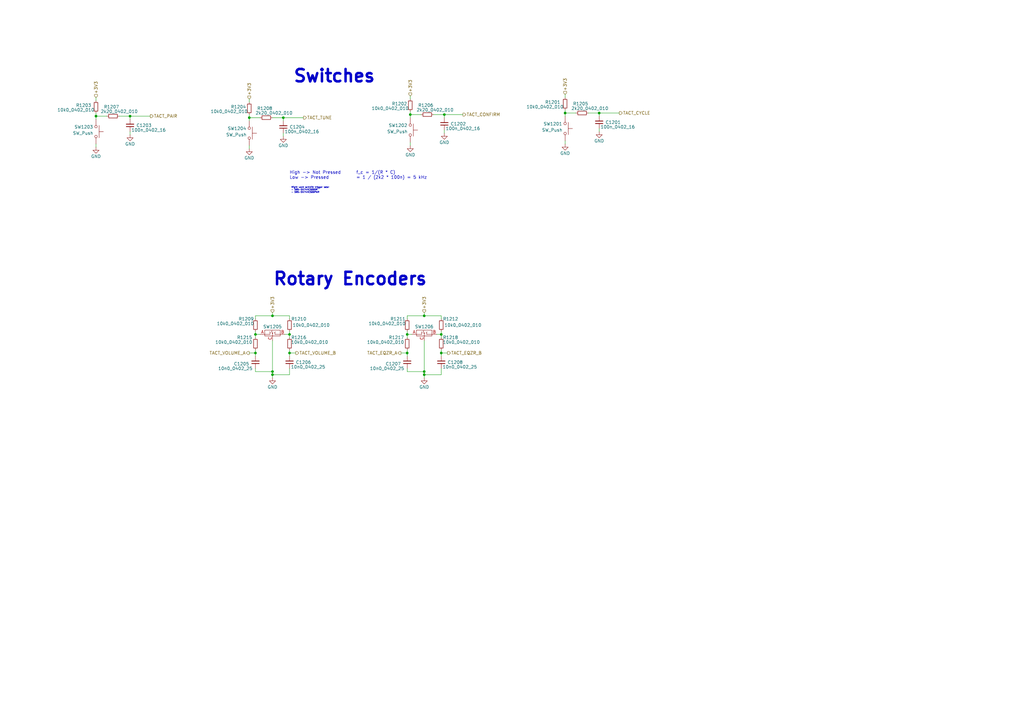
<source format=kicad_sch>
(kicad_sch (version 20230121) (generator eeschema)
  (paper "A3")
  (title_block (title "Tactiles") (date "2023-08-07") (rev "1") (company "Beep Boop"))
  (lib_symbols
    (symbol "Beacon_Library:Incremental_Encoder"
      (property "Reference" "SW" (at 0 3.175 0))
      (symbol "Incremental_Encoder_0_1"
        (rectangle (start -1.905 -0.762) (end 4.445 -3.175))
        (polyline (pts (xy -1.8796 -2.54) (xy 0.254 -2.54) (xy 0.254 -1.6256)))
        (polyline (pts (xy 4.4196 -2.54) (xy 2.286 -2.54) (xy 2.286 -1.6256)))
      )
      (symbol "Incremental_Encoder_1_1"
        (polyline (pts (xy -0.0508 -1.3716) (xy 0.6604 -1.8288)) (stroke (width 0.0762)))
        (polyline (pts (xy 0.8636 -1.1684) (xy 1.1684 -0.9652)) (stroke (width 0.0254)))
        (polyline (pts (xy 0.9652 -1.27) (xy 1.1176 -1.1684)) (stroke (width 0.0254)))
        (polyline (pts (xy 1.0414 -1.397) (xy 1.1684 -1.3208)) (stroke (width 0.0254)))
        (polyline (pts (xy 1.1176 -1.524) (xy 1.1938 -1.4732)) (stroke (width 0.0254)))
        (polyline (pts (xy 1.1684 -1.6764) (xy 1.2192 -1.651)) (stroke (width 0.0254)))
        (polyline (pts (xy 1.27 -3.2004) (xy 1.27 -2.032)))
        (polyline (pts (xy 1.27 -2.032) (xy 0.6858 -1.143)) (stroke (width 0.0762)))
        (polyline (pts (xy 2.5908 -1.3716) (xy 1.8796 -1.8288)) (stroke (width 0.0762)))
        (circle (center 1.27 -2.032) (radius 0.0718))
        (pin passive line (at -3.81 -2.54 0) (length 1.905) (name "") (number "A"))
        (pin passive line (at 6.35 -2.54 180) (length 1.905) (name "") (number "B"))
        (pin passive line (at 1.27 -5.08 90) (length 1.905) (name "") (number "C"))
      )
    )
    (symbol "Device:C_Small" (pin_numbers hide) (pin_names (offset 0.254) hide)
      (property "Reference" "C" (at 0.254 1.778 0))
      (property "Value" "C_Small" (at 0.254 -2.032 0))
      (symbol "C_Small_0_1"
        (polyline (pts (xy -1.524 -0.508) (xy 1.524 -0.508)) (stroke (width 0.3302)))
        (polyline (pts (xy -1.524 0.508) (xy 1.524 0.508)) (stroke (width 0.3048)))
      )
      (symbol "C_Small_1_1"
        (pin passive line (at 0 2.54 270) (length 2.032) (name "~") (number "1"))
        (pin passive line (at 0 -2.54 90) (length 2.032) (name "~") (number "2"))
      )
    )
    (symbol "Device:R_Small" (pin_numbers hide) (pin_names (offset 0.254) hide)
      (property "Reference" "R" (at 0.762 0.508 0))
      (property "Value" "R_Small" (at 0.762 -1.016 0))
      (symbol "R_Small_0_1"
        (rectangle (start -0.762 1.778) (end 0.762 -1.778) (stroke (width 0.2032)))
      )
      (symbol "R_Small_1_1"
        (pin passive line (at 0 2.54 270) (length 0.762) (name "~") (number "1"))
        (pin passive line (at 0 -2.54 90) (length 0.762) (name "~") (number "2"))
      )
    )
    (symbol "Switch:SW_Push" (pin_numbers hide) (pin_names (offset 1.016) hide)
      (property "Reference" "SW" (at 1.27 2.54 0))
      (property "Value" "SW_Push" (at 0 -1.524 0))
      (symbol "SW_Push_0_1"
        (circle (center -2.032 0) (radius 0.508))
        (polyline (pts (xy 0 1.27) (xy 0 3.048)))
        (polyline (pts (xy 2.54 1.27) (xy -2.54 1.27)))
        (circle (center 2.032 0) (radius 0.508))
        (pin passive line (at -5.08 0 0) (length 2.54) (name "1") (number "1"))
        (pin passive line (at 5.08 0 180) (length 2.54) (name "2") (number "2"))
      )
    )
    (symbol "power:GND" (power) (pin_names (offset 0))
      (property "Value" "GND" (at 0 -3.81 0))
      (symbol "GND_0_1"
        (polyline (pts (xy 0 0) (xy 0 -1.27) (xy 1.27 -1.27) (xy 0 -2.54) (xy -1.27 -1.27) (xy 0 -1.27)))
      )
      (symbol "GND_1_1"
        (pin power_in line (at 0 0 270) (length 0) hide (name "GND") (number "1"))
      )
    )
  )
  (junction (at 173.99 153.67))
  (junction (at 167.005 137.16))
  (junction (at 182.245 46.99))
  (junction (at 180.975 137.16))
  (junction (at 180.975 144.78))
  (junction (at 104.775 137.16))
  (junction (at 245.745 46.355))
  (junction (at 53.34 47.625))
  (junction (at 111.76 152.4))
  (junction (at 118.745 144.78))
  (junction (at 168.275 46.99))
  (junction (at 102.235 48.26))
  (junction (at 231.775 46.355))
  (junction (at 116.205 48.26))
  (junction (at 173.99 129.54))
  (junction (at 104.775 144.78))
  (junction (at 39.37 47.625))
  (junction (at 173.99 152.4))
  (junction (at 111.76 129.54))
  (junction (at 111.76 153.67))
  (junction (at 167.005 144.78))
  (junction (at 118.745 137.16))
  (wire (pts (xy 53.34 53.975) (xy 53.34 55.245)))
  (wire (pts (xy 111.76 128.27) (xy 111.76 129.54)))
  (wire (pts (xy 116.205 48.26) (xy 124.46 48.26)))
  (wire (pts (xy 39.37 47.625) (xy 39.37 48.895)))
  (wire (pts (xy 167.005 135.89) (xy 167.005 137.16)))
  (wire (pts (xy 231.775 38.735) (xy 231.775 40.005)))
  (wire (pts (xy 173.99 128.27) (xy 173.99 129.54)))
  (wire (pts (xy 180.975 137.16) (xy 180.975 138.43)))
  (wire (pts (xy 118.745 137.16) (xy 118.745 138.43)))
  (wire (pts (xy 173.99 139.7) (xy 173.99 152.4)))
  (wire (pts (xy 164.465 144.78) (xy 167.005 144.78)))
  (wire (pts (xy 102.235 48.26) (xy 106.68 48.26)))
  (wire (pts (xy 111.76 139.7) (xy 111.76 152.4)))
  (wire (pts (xy 111.76 48.26) (xy 116.205 48.26)))
  (wire (pts (xy 168.275 46.99) (xy 168.275 48.26)))
  (wire (pts (xy 102.235 48.26) (xy 102.235 49.53)))
  (wire (pts (xy 173.99 153.67) (xy 180.975 153.67)))
  (wire (pts (xy 118.745 129.54) (xy 111.76 129.54)))
  (wire (pts (xy 180.975 151.13) (xy 180.975 153.67)))
  (wire (pts (xy 116.84 137.16) (xy 118.745 137.16)))
  (wire (pts (xy 104.775 144.78) (xy 104.775 146.05)))
  (wire (pts (xy 111.76 153.67) (xy 111.76 154.94)))
  (wire (pts (xy 102.235 40.64) (xy 102.235 41.91)))
  (wire (pts (xy 39.37 59.055) (xy 39.37 60.325)))
  (wire (pts (xy 241.3 46.355) (xy 245.745 46.355)))
  (wire (pts (xy 179.07 137.16) (xy 180.975 137.16)))
  (wire (pts (xy 167.005 144.78) (xy 167.005 146.05)))
  (wire (pts (xy 118.745 137.16) (xy 118.745 135.89)))
  (wire (pts (xy 168.275 58.42) (xy 168.275 59.69)))
  (wire (pts (xy 104.775 135.89) (xy 104.775 137.16)))
  (wire (pts (xy 180.975 144.78) (xy 183.515 144.78)))
  (wire (pts (xy 182.245 53.34) (xy 182.245 54.61)))
  (wire (pts (xy 118.745 151.13) (xy 118.745 153.67)))
  (wire (pts (xy 168.275 39.37) (xy 168.275 40.64)))
  (wire (pts (xy 182.245 46.99) (xy 182.245 48.26)))
  (wire (pts (xy 102.235 144.78) (xy 104.775 144.78)))
  (wire (pts (xy 180.975 144.78) (xy 180.975 146.05)))
  (wire (pts (xy 48.895 47.625) (xy 53.34 47.625)))
  (wire (pts (xy 167.005 129.54) (xy 167.005 130.81)))
  (wire (pts (xy 173.99 153.67) (xy 173.99 154.94)))
  (wire (pts (xy 180.975 137.16) (xy 180.975 135.89)))
  (wire (pts (xy 167.005 151.13) (xy 167.005 152.4)))
  (wire (pts (xy 167.005 143.51) (xy 167.005 144.78)))
  (wire (pts (xy 104.775 137.16) (xy 104.775 138.43)))
  (wire (pts (xy 180.975 130.81) (xy 180.975 129.54)))
  (wire (pts (xy 118.745 130.81) (xy 118.745 129.54)))
  (wire (pts (xy 118.745 144.78) (xy 118.745 146.05)))
  (wire (pts (xy 245.745 46.355) (xy 254 46.355)))
  (wire (pts (xy 104.775 137.16) (xy 106.68 137.16)))
  (wire (pts (xy 104.775 151.13) (xy 104.775 152.4)))
  (wire (pts (xy 102.235 46.99) (xy 102.235 48.26)))
  (wire (pts (xy 245.745 52.705) (xy 245.745 53.975)))
  (wire (pts (xy 53.34 47.625) (xy 53.34 48.895)))
  (wire (pts (xy 177.8 46.99) (xy 182.245 46.99)))
  (wire (pts (xy 173.99 152.4) (xy 173.99 153.67)))
  (wire (pts (xy 167.005 152.4) (xy 173.99 152.4)))
  (wire (pts (xy 231.775 46.355) (xy 231.775 47.625)))
  (wire (pts (xy 231.775 57.785) (xy 231.775 59.055)))
  (wire (pts (xy 167.005 129.54) (xy 173.99 129.54)))
  (wire (pts (xy 182.245 46.99) (xy 189.865 46.99)))
  (wire (pts (xy 111.76 153.67) (xy 118.745 153.67)))
  (wire (pts (xy 180.975 129.54) (xy 173.99 129.54)))
  (wire (pts (xy 39.37 46.355) (xy 39.37 47.625)))
  (wire (pts (xy 53.34 47.625) (xy 61.595 47.625)))
  (wire (pts (xy 167.005 137.16) (xy 168.91 137.16)))
  (wire (pts (xy 168.275 45.72) (xy 168.275 46.99)))
  (wire (pts (xy 39.37 40.005) (xy 39.37 41.275)))
  (wire (pts (xy 104.775 129.54) (xy 111.76 129.54)))
  (wire (pts (xy 118.745 144.78) (xy 121.285 144.78)))
  (wire (pts (xy 118.745 143.51) (xy 118.745 144.78)))
  (wire (pts (xy 231.775 45.085) (xy 231.775 46.355)))
  (wire (pts (xy 167.005 137.16) (xy 167.005 138.43)))
  (wire (pts (xy 104.775 152.4) (xy 111.76 152.4)))
  (wire (pts (xy 245.745 46.355) (xy 245.745 47.625)))
  (wire (pts (xy 116.205 54.61) (xy 116.205 55.88)))
  (wire (pts (xy 111.76 152.4) (xy 111.76 153.67)))
  (wire (pts (xy 102.235 59.69) (xy 102.235 60.96)))
  (wire (pts (xy 231.775 46.355) (xy 236.22 46.355)))
  (wire (pts (xy 104.775 129.54) (xy 104.775 130.81)))
  (wire (pts (xy 39.37 47.625) (xy 43.815 47.625)))
  (wire (pts (xy 168.275 46.99) (xy 172.72 46.99)))
  (wire (pts (xy 104.775 143.51) (xy 104.775 144.78)))
  (wire (pts (xy 116.205 48.26) (xy 116.205 49.53)))
  (wire (pts (xy 180.975 143.51) (xy 180.975 144.78)))
  (text "Might want schmitt trigger later\n- 595-SN74HCS00DR\n- 595-SN74HCS00PWR" (at 119.38 79.375 0) (effects (font (size 0.635 0.635)) (justify left bottom)))
  (text "Switches" (at 120.015 34.29 0) (effects (font (size 5.08 5.08) (thickness 1.016) bold) (justify left bottom)))
  (text "High -> Not Pressed\nLow -> Pressed" (at 118.745 73.66 0) (effects (font (size 1.27 1.27)) (justify left bottom)))
  (text "Rotary Encoders" (at 111.76 117.475 0) (effects (font (size 5.08 5.08) (thickness 1.016) bold) (justify left bottom)))
  (text "f_c = 1/(R * C)\n= 1 / (2k2 * 100n) = 5 kHz" (at 146.05 73.66 0) (effects (font (size 1.27 1.27)) (justify left bottom)))
  (hierarchical_label "+3V3" (shape input) (at 173.99 128.27 90))
  (hierarchical_label "+3V3" (shape input) (at 102.235 40.64 90))
  (hierarchical_label "TACT_PAIR" (shape output) (at 61.595 47.625 0) (property "Intersheetrefs" "${INTERSHEET_REFS}" (effects hide)))
  (hierarchical_label "+3V3" (shape input) (at 39.37 40.005 90))
  (hierarchical_label "+3V3" (shape input) (at 111.76 128.27 90))
  (hierarchical_label "TACT_VOLUME_A" (shape output) (at 102.235 144.78 180) (property "Intersheetrefs" "${INTERSHEET_REFS}" (effects hide)))
  (hierarchical_label "TACT_EQZR_B" (shape output) (at 183.515 144.78 0) (property "Intersheetrefs" "${INTERSHEET_REFS}" (effects hide)))
  (hierarchical_label "+3V3" (shape input) (at 231.775 38.735 90))
  (hierarchical_label "TACT_CONFIRM" (shape output) (at 189.865 46.99 0) (property "Intersheetrefs" "${INTERSHEET_REFS}" (effects hide)))
  (hierarchical_label "+3V3" (shape input) (at 168.275 39.37 90))
  (hierarchical_label "TACT_VOLUME_B" (shape output) (at 121.285 144.78 0) (property "Intersheetrefs" "${INTERSHEET_REFS}" (effects hide)))
  (hierarchical_label "TACT_CYCLE" (shape output) (at 254 46.355 0) (property "Intersheetrefs" "${INTERSHEET_REFS}" (effects hide)))
  (hierarchical_label "TACT_TUNE" (shape output) (at 124.46 48.26 0) (property "Intersheetrefs" "${INTERSHEET_REFS}" (effects hide)))
  (hierarchical_label "TACT_EQZR_A" (shape output) (at 164.465 144.78 180) (property "Intersheetrefs" "${INTERSHEET_REFS}" (effects hide)))
  (symbol (lib_id "power:GND") (at 182.245 54.61 0) (unit 1)
    (property "Reference" "#PWR01206" (effects hide))
    (property "Value" "GND" (at 182.245 58.42 0))
    (instances (project "Tactile_Board" (path "" (reference "#PWR01206") (unit 1))) (project "Beacon" (path "" (reference "#PWR086") (unit 1)) (path "" (reference "#PWR014008") (unit 1))) (project "Beacon_Multiboard" (path "" (reference "#PWR01402") (unit 1))))
  )
  (symbol (lib_id "Device:C_Small") (at 53.34 51.435 180) (unit 1)
    (property "Reference" "C1203" (at 59.055 51.435 0))
    (property "Value" "100n_0402_16" (at 60.96 53.34 0))
    (property "Footprint" "Footprint_Library:0402_1005Metric_Handsolder" (effects hide))
    (instances (project "Tactile_Board" (path "" (reference "C1203") (unit 1))) (project "Beacon" (path "" (reference "C16") (unit 1)) (path "" (reference "C49") (unit 1)) (path "" (reference "C53") (unit 1)) (path "" (reference "C14002") (unit 1))) (project "Beacon_Multiboard" (path "" (reference "C1403") (unit 1))))
  )
  (symbol (lib_id "Switch:SW_Push") (at 102.235 54.61 270) (unit 1)
    (property "Reference" "SW1204" (at 93.345 52.705 90) (effects (justify left)))
    (property "Value" "SW_Push" (at 92.71 55.245 90) (effects (justify left)))
    (property "Footprint" "Footprint_Library:MX1AC1NN" (effects hide))
    (property "Datasheet" "https://www.mouser.com/ProductDetail/CHERRY/MX1A-C1NN?qs=Z9t1pRjfOcwvorA009Lo0w%3D%3D" (effects hide))
    (instances (project "Tactile_Board" (path "" (reference "SW1204") (unit 1))) (project "Beacon" (path "" (reference "SW3") (unit 1)) (path "" (reference "SW3002") (unit 1))) (project "Beacon_Multiboard" (path "" (reference "SW1404") (unit 1))))
  )
  (symbol (lib_id "Device:C_Small") (at 182.245 50.8 180) (unit 1)
    (property "Reference" "C1202" (at 187.96 50.8 0))
    (property "Value" "100n_0402_16" (at 189.865 52.705 0))
    (property "Footprint" "Footprint_Library:0402_1005Metric_Handsolder" (effects hide))
    (instances (project "Tactile_Board" (path "" (reference "C1202") (unit 1))) (project "Beacon" (path "" (reference "C16") (unit 1)) (path "" (reference "C49") (unit 1)) (path "" (reference "C53") (unit 1)) (path "" (reference "C14003") (unit 1))) (project "Beacon_Multiboard" (path "" (reference "C1402") (unit 1))))
  )
  (symbol (lib_id "Device:C_Small") (at 245.745 50.165 180) (unit 1)
    (property "Reference" "C1201" (at 251.46 50.165 0))
    (property "Value" "100n_0402_16" (at 253.365 52.07 0))
    (property "Footprint" "Footprint_Library:0402_1005Metric_Handsolder" (effects hide))
    (instances (project "Tactile_Board" (path "" (reference "C1201") (unit 1))) (project "Beacon" (path "" (reference "C16") (unit 1)) (path "" (reference "C49") (unit 1)) (path "" (reference "C53") (unit 1)) (path "" (reference "C14006") (unit 1))) (project "Beacon_Multiboard" (path "" (reference "C1401") (unit 1))))
  )
  (symbol (lib_id "Device:R_Small") (at 102.235 44.45 0) (unit 1)
    (property "Reference" "R1204" (at 97.79 43.815 0))
    (property "Value" "10k0_0402_010" (at 93.98 45.72 0))
    (property "Footprint" "Footprint_Library:0402_1005Metric_Handsolder" (effects hide))
    (instances (project "Tactile_Board" (path "" (reference "R1204") (unit 1))) (project "Beacon" (path "" (reference "R15") (unit 1)) (path "" (reference "R1") (unit 1)) (path "" (reference "R2") (unit 1)) (path "" (reference "R14007") (unit 1))) (project "Beacon_Multiboard" (path "" (reference "R1404") (unit 1))))
  )
  (symbol (lib_id "power:GND") (at 173.99 154.94 0) (unit 1)
    (property "Reference" "#PWR01217" (effects hide))
    (property "Value" "GND" (at 173.99 158.75 0))
    (instances (project "Tactile_Board" (path "" (reference "#PWR01217") (unit 1))) (project "Beacon" (path "" (reference "#PWR086") (unit 1)) (path "" (reference "#PWR014002") (unit 1))) (project "Beacon_Multiboard" (path "" (reference "#PWR01410") (unit 1))))
  )
  (symbol (lib_id "power:GND") (at 111.76 154.94 0) (unit 1)
    (property "Reference" "#PWR01216" (effects hide))
    (property "Value" "GND" (at 111.76 158.75 0))
    (instances (project "Tactile_Board" (path "" (reference "#PWR01216") (unit 1))) (project "Beacon" (path "" (reference "#PWR086") (unit 1)) (path "" (reference "#PWR014002") (unit 1))) (project "Beacon_Multiboard" (path "" (reference "#PWR01409") (unit 1))))
  )
  (symbol (lib_id "Device:R_Small") (at 180.975 140.97 180) (unit 1)
    (property "Reference" "R1218" (at 184.785 138.43 0))
    (property "Value" "10k0_0402_010" (at 189.23 140.335 0))
    (property "Footprint" "Footprint_Library:0402_1005Metric_Handsolder" (effects hide))
    (instances (project "Tactile_Board" (path "" (reference "R1218") (unit 1))) (project "Beacon" (path "" (reference "R16") (unit 1)) (path "" (reference "R14001") (unit 1))) (project "Beacon_Multiboard" (path "" (reference "R1416") (unit 1))))
  )
  (symbol (lib_id "Device:R_Small") (at 175.26 46.99 90) (unit 1)
    (property "Reference" "R1206" (at 174.625 43.18 90))
    (property "Value" "2k20_0402_010" (at 178.435 45.085 90))
    (property "Footprint" "Footprint_Library:0402_1005Metric_Handsolder" (effects hide))
    (instances (project "Tactile_Board" (path "" (reference "R1206") (unit 1))) (project "Beacon" (path "" (reference "R15") (unit 1)) (path "" (reference "R1") (unit 1)) (path "" (reference "R2") (unit 1)) (path "" (reference "R14005") (unit 1))) (project "Beacon_Multiboard" (path "" (reference "R1406") (unit 1))))
  )
  (symbol (lib_id "Device:R_Small") (at 167.005 133.35 0) (unit 1)
    (property "Reference" "R1211" (at 163.195 130.81 0))
    (property "Value" "10k0_0402_010" (at 158.75 132.715 0))
    (property "Footprint" "Footprint_Library:0402_1005Metric_Handsolder" (effects hide))
    (instances (project "Tactile_Board" (path "" (reference "R1211") (unit 1))) (project "Beacon" (path "" (reference "R16") (unit 1)) (path "" (reference "R14001") (unit 1))) (project "Beacon_Multiboard" (path "" (reference "R1411") (unit 1))))
  )
  (symbol (lib_id "Switch:SW_Push") (at 231.775 52.705 270) (unit 1)
    (property "Reference" "SW1201" (at 222.885 50.8 90) (effects (justify left)))
    (property "Value" "SW_Push" (at 222.25 53.34 90) (effects (justify left)))
    (property "Footprint" "Footprint_Library:B3J1100" (effects hide))
    (property "Datasheet" "https://www.mouser.com/ProductDetail/Omron-Electronics/B3J-1100?qs=1tDaWCEHQQ5rrEN9cti99A%3D%3D" (effects hide))
    (instances (project "Tactile_Board" (path "" (reference "SW1201") (unit 1))) (project "Beacon" (path "" (reference "SW3") (unit 1)) (path "" (reference "SW3002") (unit 1))) (project "Beacon_Multiboard" (path "" (reference "SW1401") (unit 1))))
  )
  (symbol (lib_id "power:GND") (at 168.275 59.69 0) (unit 1)
    (property "Reference" "#PWR01210" (effects hide))
    (property "Value" "GND" (at 168.275 63.5 0))
    (instances (project "Tactile_Board" (path "" (reference "#PWR01210") (unit 1))) (project "Beacon" (path "" (reference "#PWR086") (unit 1)) (path "" (reference "#PWR014006") (unit 1))) (project "Beacon_Multiboard" (path "" (reference "#PWR01406") (unit 1))))
  )
  (symbol (lib_id "Device:R_Small") (at 39.37 43.815 0) (unit 1)
    (property "Reference" "R1203" (at 34.29 43.18 0))
    (property "Value" "10k0_0402_010" (at 31.115 45.085 0))
    (property "Footprint" "Footprint_Library:0402_1005Metric_Handsolder" (effects hide))
    (instances (project "Tactile_Board" (path "" (reference "R1203") (unit 1))) (project "Beacon" (path "" (reference "R15") (unit 1)) (path "" (reference "R1") (unit 1)) (path "" (reference "R2") (unit 1)) (path "" (reference "R14002") (unit 1))) (project "Beacon_Multiboard" (path "" (reference "R1403") (unit 1))))
  )
  (symbol (lib_id "Device:C_Small") (at 180.975 148.59 180) (unit 1)
    (property "Reference" "C1208" (at 186.69 148.59 0))
    (property "Value" "10n0_0402_25" (at 188.595 150.495 0))
    (property "Footprint" "Footprint_Library:0402_1005Metric_Handsolder" (effects hide))
    (instances (project "Tactile_Board" (path "" (reference "C1208") (unit 1))) (project "Beacon" (path "" (reference "C16") (unit 1)) (path "" (reference "C49") (unit 1)) (path "" (reference "C53") (unit 1)) (path "" (reference "C14003") (unit 1))) (project "Beacon_Multiboard" (path "" (reference "C1408") (unit 1))))
  )
  (symbol (lib_id "Device:R_Small") (at 231.775 42.545 0) (unit 1)
    (property "Reference" "R1201" (at 226.695 41.91 0))
    (property "Value" "10k0_0402_010" (at 223.52 43.815 0))
    (property "Footprint" "Footprint_Library:0402_1005Metric_Handsolder" (effects hide))
    (instances (project "Tactile_Board" (path "" (reference "R1201") (unit 1))) (project "Beacon" (path "" (reference "R15") (unit 1)) (path "" (reference "R1") (unit 1)) (path "" (reference "R2") (unit 1)) (path "" (reference "R14008") (unit 1))) (project "Beacon_Multiboard" (path "" (reference "R1401") (unit 1))))
  )
  (symbol (lib_id "Switch:SW_Push") (at 39.37 53.975 270) (unit 1)
    (property "Reference" "SW1203" (at 30.48 52.07 90) (effects (justify left)))
    (property "Value" "SW_Push" (at 29.845 54.61 90) (effects (justify left)))
    (property "Footprint" "Footprint_Library:MHPS2283N" (effects hide))
    (property "Datasheet" "https://www.mouser.com/ProductDetail/Apem/MHPS2283N?qs=6hR9CYnVCPCqgwnKhGKh3w%3D%3D" (effects hide))
    (instances (project "Tactile_Board" (path "" (reference "SW1203") (unit 1))) (project "Beacon" (path "" (reference "SW3") (unit 1)) (path "" (reference "SW3002") (unit 1))) (project "Beacon_Multiboard" (path "" (reference "SW1403") (unit 1))))
  )
  (symbol (lib_id "Device:C_Small") (at 118.745 148.59 180) (unit 1)
    (property "Reference" "C1206" (at 124.46 148.59 0))
    (property "Value" "10n0_0402_25" (at 126.365 150.495 0))
    (property "Footprint" "Footprint_Library:0402_1005Metric_Handsolder" (effects hide))
    (instances (project "Tactile_Board" (path "" (reference "C1206") (unit 1))) (project "Beacon" (path "" (reference "C16") (unit 1)) (path "" (reference "C49") (unit 1)) (path "" (reference "C53") (unit 1)) (path "" (reference "C14003") (unit 1))) (project "Beacon_Multiboard" (path "" (reference "C1406") (unit 1))))
  )
  (symbol (lib_id "power:GND") (at 116.205 55.88 0) (unit 1)
    (property "Reference" "#PWR01208" (effects hide))
    (property "Value" "GND" (at 116.205 59.69 0))
    (instances (project "Tactile_Board" (path "" (reference "#PWR01208") (unit 1))) (project "Beacon" (path "" (reference "#PWR086") (unit 1)) (path "" (reference "#PWR014015") (unit 1))) (project "Beacon_Multiboard" (path "" (reference "#PWR01404") (unit 1))))
  )
  (symbol (lib_id "Device:C_Small") (at 116.205 52.07 180) (unit 1)
    (property "Reference" "C1204" (at 121.92 52.07 0))
    (property "Value" "100n_0402_16" (at 123.825 53.975 0))
    (property "Footprint" "Footprint_Library:0402_1005Metric_Handsolder" (effects hide))
    (instances (project "Tactile_Board" (path "" (reference "C1204") (unit 1))) (project "Beacon" (path "" (reference "C16") (unit 1)) (path "" (reference "C49") (unit 1)) (path "" (reference "C53") (unit 1)) (path "" (reference "C14005") (unit 1))) (project "Beacon_Multiboard" (path "" (reference "C1404") (unit 1))))
  )
  (symbol (lib_id "Beacon_Library:Incremental_Encoder") (at 172.72 134.62 0) (unit 1)
    (property "Reference" "SW1206" (at 173.99 133.985 0))
    (property "Value" "PEC11R-4215F-N0024" (effects hide))
    (property "Footprint" "Footprint_Library:PEC11R4215FN0024" (effects hide))
    (property "Datasheet" "https://www.mouser.com/ProductDetail/Bourns/PEC11R-4215F-N0024?qs=Zq5ylnUbLm5g22exZGkf6w%3D%3D" (effects hide))
    (instances (project "Tactile_Board" (path "" (reference "SW1206") (unit 1))) (project "Beacon_Multiboard" (path "" (reference "SW1406") (unit 1))))
  )
  (symbol (lib_id "Device:C_Small") (at 104.775 148.59 180) (unit 1)
    (property "Reference" "C1205" (at 99.06 149.225 0))
    (property "Value" "10n0_0402_25" (at 96.52 151.13 0))
    (property "Footprint" "Footprint_Library:0402_1005Metric_Handsolder" (effects hide))
    (instances (project "Tactile_Board" (path "" (reference "C1205") (unit 1))) (project "Beacon" (path "" (reference "C16") (unit 1)) (path "" (reference "C49") (unit 1)) (path "" (reference "C53") (unit 1)) (path "" (reference "C14003") (unit 1))) (project "Beacon_Multiboard" (path "" (reference "C1405") (unit 1))))
  )
  (symbol (lib_id "Device:C_Small") (at 167.005 148.59 180) (unit 1)
    (property "Reference" "C1207" (at 161.29 149.225 0))
    (property "Value" "10n0_0402_25" (at 158.75 151.13 0))
    (property "Footprint" "Footprint_Library:0402_1005Metric_Handsolder" (effects hide))
    (instances (project "Tactile_Board" (path "" (reference "C1207") (unit 1))) (project "Beacon" (path "" (reference "C16") (unit 1)) (path "" (reference "C49") (unit 1)) (path "" (reference "C53") (unit 1)) (path "" (reference "C14003") (unit 1))) (project "Beacon_Multiboard" (path "" (reference "C1407") (unit 1))))
  )
  (symbol (lib_id "power:GND") (at 245.745 53.975 0) (unit 1)
    (property "Reference" "#PWR01205" (effects hide))
    (property "Value" "GND" (at 245.745 57.785 0))
    (instances (project "Tactile_Board" (path "" (reference "#PWR01205") (unit 1))) (project "Beacon" (path "" (reference "#PWR086") (unit 1)) (path "" (reference "#PWR014016") (unit 1))) (project "Beacon_Multiboard" (path "" (reference "#PWR01401") (unit 1))))
  )
  (symbol (lib_id "Device:R_Small") (at 109.22 48.26 90) (unit 1)
    (property "Reference" "R1208" (at 108.585 44.45 90))
    (property "Value" "2k20_0402_010" (at 112.395 46.355 90))
    (property "Footprint" "Footprint_Library:0402_1005Metric_Handsolder" (effects hide))
    (instances (project "Tactile_Board" (path "" (reference "R1208") (unit 1))) (project "Beacon" (path "" (reference "R15") (unit 1)) (path "" (reference "R1") (unit 1)) (path "" (reference "R2") (unit 1)) (path "" (reference "R14009") (unit 1))) (project "Beacon_Multiboard" (path "" (reference "R1408") (unit 1))))
  )
  (symbol (lib_id "Beacon_Library:Incremental_Encoder") (at 110.49 134.62 0) (unit 1)
    (property "Reference" "SW1205" (at 111.76 133.985 0))
    (property "Value" "PEC11R-4215F-N0024" (effects hide))
    (property "Footprint" "Footprint_Library:PEC11R4215FN0024" (effects hide))
    (property "Datasheet" "https://www.mouser.com/ProductDetail/Bourns/PEC11R-4215F-N0024?qs=Zq5ylnUbLm5g22exZGkf6w%3D%3D" (effects hide))
    (instances (project "Tactile_Board" (path "" (reference "SW1205") (unit 1))) (project "Beacon_Multiboard" (path "" (reference "SW1405") (unit 1))))
  )
  (symbol (lib_id "Device:R_Small") (at 167.005 140.97 180) (unit 1)
    (property "Reference" "R1217" (at 162.56 138.43 0))
    (property "Value" "10k0_0402_010" (at 158.115 140.335 0))
    (property "Footprint" "Footprint_Library:0402_1005Metric_Handsolder" (effects hide))
    (instances (project "Tactile_Board" (path "" (reference "R1217") (unit 1))) (project "Beacon" (path "" (reference "R16") (unit 1)) (path "" (reference "R14001") (unit 1))) (project "Beacon_Multiboard" (path "" (reference "R1415") (unit 1))))
  )
  (symbol (lib_id "Device:R_Small") (at 168.275 43.18 0) (unit 1)
    (property "Reference" "R1202" (at 163.83 42.545 0))
    (property "Value" "10k0_0402_010" (at 160.02 44.45 0))
    (property "Footprint" "Footprint_Library:0402_1005Metric_Handsolder" (effects hide))
    (instances (project "Tactile_Board" (path "" (reference "R1202") (unit 1))) (project "Beacon" (path "" (reference "R15") (unit 1)) (path "" (reference "R1") (unit 1)) (path "" (reference "R2") (unit 1)) (path "" (reference "R14003") (unit 1))) (project "Beacon_Multiboard" (path "" (reference "R1402") (unit 1))))
  )
  (symbol (lib_id "Device:R_Small") (at 46.355 47.625 90) (unit 1)
    (property "Reference" "R1207" (at 45.72 43.815 90))
    (property "Value" "2k20_0402_010" (at 48.895 45.72 90))
    (property "Footprint" "Footprint_Library:0402_1005Metric_Handsolder" (effects hide))
    (instances (project "Tactile_Board" (path "" (reference "R1207") (unit 1))) (project "Beacon" (path "" (reference "R15") (unit 1)) (path "" (reference "R1") (unit 1)) (path "" (reference "R2") (unit 1)) (path "" (reference "R14004") (unit 1))) (project "Beacon_Multiboard" (path "" (reference "R1407") (unit 1))))
  )
  (symbol (lib_id "power:GND") (at 53.34 55.245 0) (unit 1)
    (property "Reference" "#PWR01207" (effects hide))
    (property "Value" "GND" (at 53.34 59.055 0))
    (instances (project "Tactile_Board" (path "" (reference "#PWR01207") (unit 1))) (project "Beacon" (path "" (reference "#PWR086") (unit 1)) (path "" (reference "#PWR014007") (unit 1))) (project "Beacon_Multiboard" (path "" (reference "#PWR01403") (unit 1))))
  )
  (symbol (lib_id "Device:R_Small") (at 104.775 133.35 0) (unit 1)
    (property "Reference" "R1209" (at 100.965 130.81 0))
    (property "Value" "10k0_0402_010" (at 96.52 132.715 0))
    (property "Footprint" "Footprint_Library:0402_1005Metric_Handsolder" (effects hide))
    (instances (project "Tactile_Board" (path "" (reference "R1209") (unit 1))) (project "Beacon" (path "" (reference "R16") (unit 1)) (path "" (reference "R14001") (unit 1))) (project "Beacon_Multiboard" (path "" (reference "R1409") (unit 1))))
  )
  (symbol (lib_id "power:GND") (at 39.37 60.325 0) (unit 1)
    (property "Reference" "#PWR01211" (effects hide))
    (property "Value" "GND" (at 39.37 64.135 0))
    (instances (project "Tactile_Board" (path "" (reference "#PWR01211") (unit 1))) (project "Beacon" (path "" (reference "#PWR086") (unit 1)) (path "" (reference "#PWR014004") (unit 1))) (project "Beacon_Multiboard" (path "" (reference "#PWR01407") (unit 1))))
  )
  (symbol (lib_id "Device:R_Small") (at 180.975 133.35 180) (unit 1)
    (property "Reference" "R1212" (at 184.785 130.81 0))
    (property "Value" "10k0_0402_010" (at 189.865 133.35 0))
    (property "Footprint" "Footprint_Library:0402_1005Metric_Handsolder" (effects hide))
    (instances (project "Tactile_Board" (path "" (reference "R1212") (unit 1))) (project "Beacon" (path "" (reference "R16") (unit 1)) (path "" (reference "R14001") (unit 1))) (project "Beacon_Multiboard" (path "" (reference "R1412") (unit 1))))
  )
  (symbol (lib_id "Switch:SW_Push") (at 168.275 53.34 270) (unit 1)
    (property "Reference" "SW1202" (at 159.385 51.435 90) (effects (justify left)))
    (property "Value" "SW_Push" (at 158.75 53.975 90) (effects (justify left)))
    (property "Footprint" "Footprint_Library:JF15CP2" (effects hide))
    (property "Datasheet" "https://www.mouser.com/ProductDetail/NKK-Switches/JF15CP2A?qs=Ss9ZrulIkegLI4cgjsrt8w%3D%3D" (effects hide))
    (instances (project "Tactile_Board" (path "" (reference "SW1202") (unit 1))) (project "Beacon" (path "" (reference "SW3") (unit 1)) (path "" (reference "SW3002") (unit 1))) (project "Beacon_Multiboard" (path "" (reference "SW1402") (unit 1))))
  )
  (symbol (lib_id "Device:R_Small") (at 118.745 140.97 180) (unit 1)
    (property "Reference" "R1216" (at 122.555 138.43 0))
    (property "Value" "10k0_0402_010" (at 127 140.335 0))
    (property "Footprint" "Footprint_Library:0402_1005Metric_Handsolder" (effects hide))
    (instances (project "Tactile_Board" (path "" (reference "R1216") (unit 1))) (project "Beacon" (path "" (reference "R16") (unit 1)) (path "" (reference "R14001") (unit 1))) (project "Beacon_Multiboard" (path "" (reference "R1414") (unit 1))))
  )
  (symbol (lib_id "Device:R_Small") (at 238.76 46.355 90) (unit 1)
    (property "Reference" "R1205" (at 238.125 42.545 90))
    (property "Value" "2k20_0402_010" (at 241.935 44.45 90))
    (property "Footprint" "Footprint_Library:0402_1005Metric_Handsolder" (effects hide))
    (instances (project "Tactile_Board" (path "" (reference "R1205") (unit 1))) (project "Beacon" (path "" (reference "R15") (unit 1)) (path "" (reference "R1") (unit 1)) (path "" (reference "R2") (unit 1)) (path "" (reference "R14010") (unit 1))) (project "Beacon_Multiboard" (path "" (reference "R1405") (unit 1))))
  )
  (symbol (lib_id "power:GND") (at 231.775 59.055 0) (unit 1)
    (property "Reference" "#PWR01209" (effects hide))
    (property "Value" "GND" (at 231.775 62.865 0))
    (instances (project "Tactile_Board" (path "" (reference "#PWR01209") (unit 1))) (project "Beacon" (path "" (reference "#PWR086") (unit 1)) (path "" (reference "#PWR014014") (unit 1))) (project "Beacon_Multiboard" (path "" (reference "#PWR01405") (unit 1))))
  )
  (symbol (lib_id "Device:R_Small") (at 104.775 140.97 180) (unit 1)
    (property "Reference" "R1215" (at 100.33 138.43 0))
    (property "Value" "10k0_0402_010" (at 95.885 140.335 0))
    (property "Footprint" "Footprint_Library:0402_1005Metric_Handsolder" (effects hide))
    (instances (project "Tactile_Board" (path "" (reference "R1215") (unit 1))) (project "Beacon" (path "" (reference "R16") (unit 1)) (path "" (reference "R14001") (unit 1))) (project "Beacon_Multiboard" (path "" (reference "R1413") (unit 1))))
  )
  (symbol (lib_id "power:GND") (at 102.235 60.96 0) (unit 1)
    (property "Reference" "#PWR01212" (effects hide))
    (property "Value" "GND" (at 102.235 64.77 0))
    (instances (project "Tactile_Board" (path "" (reference "#PWR01212") (unit 1))) (project "Beacon" (path "" (reference "#PWR086") (unit 1)) (path "" (reference "#PWR014012") (unit 1))) (project "Beacon_Multiboard" (path "" (reference "#PWR01408") (unit 1))))
  )
  (symbol (lib_id "Device:R_Small") (at 118.745 133.35 180) (unit 1)
    (property "Reference" "R1210" (at 122.555 130.81 0))
    (property "Value" "10k0_0402_010" (at 127.635 133.35 0))
    (property "Footprint" "Footprint_Library:0402_1005Metric_Handsolder" (effects hide))
    (instances (project "Tactile_Board" (path "" (reference "R1210") (unit 1))) (project "Beacon" (path "" (reference "R16") (unit 1)) (path "" (reference "R14001") (unit 1))) (project "Beacon_Multiboard" (path "" (reference "R1410") (unit 1))))
  )
)
</source>
